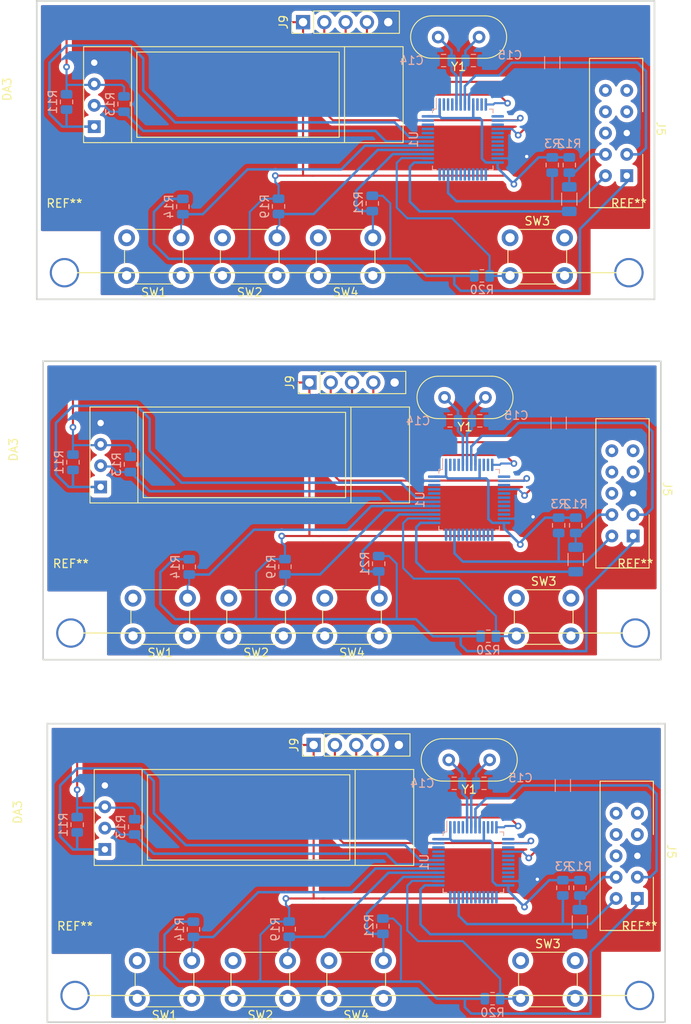
<source format=kicad_pcb>
(kicad_pcb (version 20211014) (generator pcbnew)
  (layers (0 "F.Cu" signal) (31 "B.Cu" signal) (34 "B.Paste" user) (35 "F.Paste" user) (36 "B.SilkS" user "B.Silkscreen") (37 "F.SilkS" user "F.Silkscreen") (38 "B.Mask" user) (39 "F.Mask" user) (44 "Edge.Cuts" user))
  (net 0 "")
  (net 1 "GND")
  (net 2 "+3.3V")
  (net 6 "Net-(C14-Pad2)")
  (net 7 "Net-(C15-Pad1)")
  (net 11 "CurrentSens")
  (net 21 "I2C_SDA")
  (net 22 "I2C_SCL")
  (net 28 "SWDIO")
  (net 33 "Res")
  (net 34 "SWCLK")
  (net 39 "Button+")
  (net 40 "Button-")
  (net 41 "ButtonEn")
  (net 42 "ButtonMode")
  (net 43 "Vin_div")
  (net 44 "Vdac_reg")
  (footprint "MyElemets:Display_SSD1306" (layer "F.Cu") (at 32.512 40.132 90)
    (fp_text reference "DA3")
    (fp_text value "SSD1306_display")
  )
  (footprint "Crystal:Crystal_HC49-4H_Vertical" (layer "F.Cu") (at 78.401 33.274 180)
    (fp_text reference "Y1")
    (fp_text value "Crystal" hide)
  )
  (footprint "Button_Switch_THT:SW_PUSH_6mm" (layer "F.Cu") (at 65.734 61.686 180)
    (fp_text reference "SW4")
    (fp_text value "SW_MEC_5E" hide)
  )
  (footprint "MyElemets:Отверстие_3mm" (layer "F.Cu") (at 30.226 147.447)
    (fp_text reference "REF**")
    (fp_text value "Отверстие_3mm")
  )
  (footprint "Button_Switch_THT:SW_PUSH_6mm" (layer "F.Cu") (at 43.636 104.612 180)
    (fp_text reference "SW1")
    (fp_text value "SW_MEC_5E" hide)
  )
  (footprint "MyElemets:Отверстие_3mm" (layer "F.Cu") (at 29.723 104.267)
    (fp_text reference "REF**")
    (fp_text value "Отверстие_3mm")
  )
  (footprint "Button_Switch_THT:SW_PUSH_6mm" (layer "F.Cu") (at 42.874 61.686 180)
    (fp_text reference "SW1")
    (fp_text value "SW_MEC_5E" hide)
  )
  (footprint "Button_Switch_THT:SW_PUSH_6mm" (layer "F.Cu") (at 83.359 143.292)
    (fp_text reference "SW3")
    (fp_text value "SW_MEC_5E")
  )
  (footprint "MyElemets:PWD_10pin_Conn" (layer "F.Cu") (at 96.007 130.81 -90)
    (fp_text reference "J5")
    (fp_text value "Conn_ARM_SWD_TagConnect_TC2030-NL" hide)
  )
  (footprint "MyElemets:Display_SSD1306" (layer "F.Cu") (at 33.777 126.238 90)
    (fp_text reference "DA3")
    (fp_text value "SSD1306_display")
  )
  (footprint "Connector_PinHeader_2.54mm:PinHeader_1x05_P2.54mm_Vertical" (layer "F.Cu") (at 57.409 31.496 90)
    (fp_text reference "J9")
    (fp_text value "Conn_01x05_Male" hide)
  )
  (footprint "Button_Switch_THT:SW_PUSH_6mm" (layer "F.Cu") (at 66.496 104.612 180)
    (fp_text reference "SW4")
    (fp_text value "SW_MEC_5E" hide)
  )
  (footprint "Crystal:Crystal_HC49-4H_Vertical" (layer "F.Cu") (at 79.163 76.2 180)
    (fp_text reference "Y1")
    (fp_text value "Crystal" hide)
  )
  (footprint "MyElemets:PWD_10pin_Conn" (layer "F.Cu") (at 95.504 87.63 -90)
    (fp_text reference "J5")
    (fp_text value "Conn_ARM_SWD_TagConnect_TC2030-NL" hide)
  )
  (footprint "Connector_PinHeader_2.54mm:PinHeader_1x05_P2.54mm_Vertical" (layer "F.Cu") (at 58.171 74.422 90)
    (fp_text reference "J9")
    (fp_text value "Conn_01x05_Male" hide)
  )
  (footprint "Button_Switch_THT:SW_PUSH_6mm" (layer "F.Cu") (at 82.094 57.186)
    (fp_text reference "SW3")
    (fp_text value "SW_MEC_5E")
  )
  (footprint "Connector_PinHeader_2.54mm:PinHeader_1x05_P2.54mm_Vertical" (layer "F.Cu") (at 58.674 117.602 90)
    (fp_text reference "J9")
    (fp_text value "Conn_01x05_Male" hide)
  )
  (footprint "MyElemets:Отверстие_3mm" (layer "F.Cu") (at 28.961 61.341)
    (fp_text reference "REF**")
    (fp_text value "Отверстие_3mm")
  )
  (footprint "Button_Switch_THT:SW_PUSH_6mm" (layer "F.Cu") (at 55.066 104.612 180)
    (fp_text reference "SW2")
    (fp_text value "SW_MEC_5E" hide)
  )
  (footprint "Button_Switch_THT:SW_PUSH_6mm" (layer "F.Cu") (at 44.139 147.792 180)
    (fp_text reference "SW1")
    (fp_text value "SW_MEC_5E" hide)
  )
  (footprint "MyElemets:Display_SSD1306" (layer "F.Cu") (at 33.274 83.058 90)
    (fp_text reference "DA3")
    (fp_text value "SSD1306_display")
  )
  (footprint "MyElemets:Отверстие_3mm" (layer "F.Cu") (at 97.536 147.447)
    (fp_text reference "REF**")
    (fp_text value "Отверстие_3mm")
  )
  (footprint "Button_Switch_THT:SW_PUSH_6mm" (layer "F.Cu") (at 55.569 147.792 180)
    (fp_text reference "SW2")
    (fp_text value "SW_MEC_5E" hide)
  )
  (footprint "MyElemets:PWD_10pin_Conn" (layer "F.Cu") (at 94.742 44.704 -90)
    (fp_text reference "J5")
    (fp_text value "Conn_ARM_SWD_TagConnect_TC2030-NL" hide)
  )
  (footprint "MyElemets:Отверстие_3mm" (layer "F.Cu") (at 97.033 104.267)
    (fp_text reference "REF**")
    (fp_text value "Отверстие_3mm")
  )
  (footprint "Button_Switch_THT:SW_PUSH_6mm" (layer "F.Cu") (at 54.304 61.686 180)
    (fp_text reference "SW2")
    (fp_text value "SW_MEC_5E" hide)
  )
  (footprint "Button_Switch_THT:SW_PUSH_6mm" (layer "F.Cu") (at 82.856 100.112)
    (fp_text reference "SW3")
    (fp_text value "SW_MEC_5E")
  )
  (footprint "Crystal:Crystal_HC49-4H_Vertical" (layer "F.Cu") (at 79.666 119.38 180)
    (fp_text reference "Y1")
    (fp_text value "Crystal" hide)
  )
  (footprint "MyElemets:Отверстие_3mm" (layer "F.Cu") (at 96.271 61.341)
    (fp_text reference "REF**")
    (fp_text value "Отверстие_3mm")
  )
  (footprint "Button_Switch_THT:SW_PUSH_6mm" (layer "F.Cu") (at 66.999 147.792 180)
    (fp_text reference "SW4")
    (fp_text value "SW_MEC_5E" hide)
  )
  (footprint "Resistor_SMD:R_0805_2012Metric" (layer "B.Cu") (at 54.489 53.441 -90)
    (fp_text reference "R19")
    (fp_text value "10k")
  )
  (footprint "Resistor_SMD:R_1206_3216Metric" (layer "B.Cu") (at 87.127 36.322 90)
    (fp_text reference "REF**" hide)
    (fp_text value "R_1206_3216Metric" hide)
  )
  (footprint "Resistor_SMD:R_1206_3216Metric" (layer "B.Cu") (at 88.392 122.428 90)
    (fp_text reference "REF**" hide)
    (fp_text value "R_1206_3216Metric" hide)
  )
  (footprint "Resistor_SMD:R_0805_2012Metric" (layer "B.Cu") (at 90.424 134.62 -90)
    (fp_text reference "R12")
    (fp_text value "10k")
  )
  (footprint "Capacitor_SMD:C_0805_2012Metric" (layer "B.Cu") (at 74.173 36.068)
    (fp_text reference "C14")
    (fp_text value "8p" hide)
  )
  (footprint "Resistor_SMD:R_1206_3216Metric" (layer "B.Cu") (at 90.424 138.684 90)
    (fp_text reference "REF**" hide)
    (fp_text value "R_1206_3216Metric" hide)
  )
  (footprint "Resistor_SMD:R_0805_2012Metric" (layer "B.Cu") (at 43.079 53.461 -90)
    (fp_text reference "R14")
    (fp_text value "10k")
  )
  (footprint "Resistor_SMD:R_0805_2012Metric" (layer "B.Cu") (at 29.21 40.9975 -90)
    (fp_text reference "R11")
    (fp_text value "10k")
  )
  (footprint "Package_QFP:LQFP-48_7x7mm_P0.5mm" (layer "B.Cu") (at 77.719 131.572 -90)
    (fp_text reference "U1")
    (fp_text value "STM32F051C6Tx")
  )
  (footprint "Resistor_SMD:R_1206_3216Metric" (layer "B.Cu") (at 89.159 52.578 90)
    (fp_text reference "REF**" hide)
    (fp_text value "R_1206_3216Metric" hide)
  )
  (footprint "Resistor_SMD:R_1206_3216Metric" (layer "B.Cu") (at 89.921 95.504 90)
    (fp_text reference "REF**" hide)
    (fp_text value "R_1206_3216Metric" hide)
  )
  (footprint "Resistor_SMD:R_0805_2012Metric" (layer "B.Cu") (at 43.841 96.387 -90)
    (fp_text reference "R14")
    (fp_text value "10k")
  )
  (footprint "Resistor_SMD:R_0805_2012Metric" (layer "B.Cu") (at 88.392 134.62 -90)
    (fp_text reference "R3")
    (fp_text value "10k")
  )
  (footprint "Resistor_SMD:R_0805_2012Metric" (layer "B.Cu") (at 78.74 61.722)
    (fp_text reference "R20")
    (fp_text value "10k")
  )
  (footprint "Resistor_SMD:R_1206_3216Metric" (layer "B.Cu") (at 87.889 79.248 90)
    (fp_text reference "REF**" hide)
    (fp_text value "R_1206_3216Metric" hide)
  )
  (footprint "Resistor_SMD:R_0805_2012Metric" (layer "B.Cu") (at 29.972 83.9235 -90)
    (fp_text reference "R11")
    (fp_text value "10k")
  )
  (footprint "Capacitor_SMD:C_0805_2012Metric" (layer "B.Cu") (at 75.438 122.174)
    (fp_text reference "C14")
    (fp_text value "8p" hide)
  )
  (footprint "Resistor_SMD:R_0805_2012Metric" (layer "B.Cu") (at 37.333 127.3575 -90)
    (fp_text reference "R13")
    (fp_text value "10k")
  )
  (footprint "Resistor_SMD:R_0805_2012Metric" (layer "B.Cu") (at 65.669 53.086 -90)
    (fp_text reference "R21")
    (fp_text value "10k")
  )
  (footprint "Package_QFP:LQFP-48_7x7mm_P0.5mm" (layer "B.Cu") (at 77.216 88.392 -90)
    (fp_text reference "U1")
    (fp_text value "STM32F051C6Tx")
  )
  (footprint "Resistor_SMD:R_0805_2012Metric" (layer "B.Cu") (at 87.127 48.514 -90)
    (fp_text reference "R3")
    (fp_text value "10k")
  )
  (footprint "Resistor_SMD:R_0805_2012Metric" (layer "B.Cu") (at 87.889 91.44 -90)
    (fp_text reference "R3")
    (fp_text value "10k")
  )
  (footprint "Resistor_SMD:R_0805_2012Metric" (layer "B.Cu") (at 55.754 139.547 -90)
    (fp_text reference "R19")
    (fp_text value "10k")
  )
  (footprint "Resistor_SMD:R_0805_2012Metric" (layer "B.Cu") (at 89.921 91.44 -90)
    (fp_text reference "R12")
    (fp_text value "10k")
  )
  (footprint "Capacitor_SMD:C_0805_2012Metric" (layer "B.Cu") (at 77.724 36.068)
    (fp_text reference "C15")
    (fp_text value "8p" hide)
  )
  (footprint "Resistor_SMD:R_0805_2012Metric" (layer "B.Cu") (at 36.068 41.2515 -90)
    (fp_text reference "R13")
    (fp_text value "10k")
  )
  (footprint "Resistor_SMD:R_0805_2012Metric" (layer "B.Cu") (at 30.475 127.1035 -90)
    (fp_text reference "R11")
    (fp_text value "10k")
  )
  (footprint "Package_QFP:LQFP-48_7x7mm_P0.5mm" (layer "B.Cu") (at 76.454 45.466 -90)
    (fp_text reference "U1")
    (fp_text value "STM32F051C6Tx")
  )
  (footprint "Resistor_SMD:R_0805_2012Metric" (layer "B.Cu") (at 36.83 84.1775 -90)
    (fp_text reference "R13")
    (fp_text value "10k")
  )
  (footprint "Resistor_SMD:R_0805_2012Metric" (layer "B.Cu") (at 55.251 96.367 -90)
    (fp_text reference "R19")
    (fp_text value "10k")
  )
  (footprint "Capacitor_SMD:C_0805_2012Metric" (layer "B.Cu") (at 74.935 78.994)
    (fp_text reference "C14")
    (fp_text value "8p" hide)
  )
  (footprint "Capacitor_SMD:C_0805_2012Metric" (layer "B.Cu") (at 78.989 122.174)
    (fp_text reference "C15")
    (fp_text value "8p" hide)
  )
  (footprint "Resistor_SMD:R_0805_2012Metric" (layer "B.Cu") (at 66.431 96.012 -90)
    (fp_text reference "R21")
    (fp_text value "10k")
  )
  (footprint "Resistor_SMD:R_0805_2012Metric" (layer "B.Cu") (at 44.344 139.567 -90)
    (fp_text reference "R14")
    (fp_text value "10k")
  )
  (footprint "Resistor_SMD:R_0805_2012Metric" (layer "B.Cu") (at 79.502 104.648)
    (fp_text reference "R20")
    (fp_text value "10k")
  )
  (footprint "Resistor_SMD:R_0805_2012Metric" (layer "B.Cu") (at 66.934 139.192 -90)
    (fp_text reference "R21")
    (fp_text value "10k")
  )
  (footprint "Capacitor_SMD:C_0805_2012Metric" (layer "B.Cu") (at 78.486 78.994)
    (fp_text reference "C15")
    (fp_text value "8p" hide)
  )
  (footprint "Resistor_SMD:R_0805_2012Metric" (layer "B.Cu") (at 89.159 48.514 -90)
    (fp_text reference "R12")
    (fp_text value "10k")
  )
  (footprint "Resistor_SMD:R_0805_2012Metric" (layer "B.Cu") (at 80.005 147.828)
    (fp_text reference "R20")
    (fp_text value "10k")
  )
  (gr_line (start 30.226 147.447) (end 97.536 147.447) (layer "F.SilkS") (width 0.15))
  (gr_line (start 29.723 104.267) (end 97.033 104.267) (layer "F.SilkS") (width 0.15))
  (gr_line (start 28.961 61.341) (end 96.271 61.341) (layer "F.SilkS") (width 0.15))
  (gr_rect (start 100.579 115.062) (end 26.919 150.622) (layer "Edge.Cuts") (width 0.2) (fill none))
  (gr_rect (start 99.314 28.956) (end 25.654 64.516) (layer "Edge.Cuts") (width 0.2) (fill none))
  (gr_rect (start 100.076 71.882) (end 26.416 107.442) (layer "Edge.Cuts") (width 0.2) (fill none))
  (via (at 84.841 90.424) (size 0.8) (drill 0.4) (layers "F.Cu" "B.Cu") (net 1))
  (via (at 85.344 133.604) (size 0.8) (drill 0.4) (layers "F.Cu" "B.Cu") (net 1))
  (via (at 84.079 47.498) (size 0.8) (drill 0.4) (layers "F.Cu" "B.Cu") (net 1))
  (segment (start 85.126 133.822) (end 81.8815 133.822) (width 0.25) (layer "B.Cu") (net 1))
  (segment (start 71.369 129.286) (end 71.405 129.322) (width 0.25) (layer "B.Cu") (net 1))
  (segment (start 81.795153 125.468847) (end 82.034847 125.468847) (width 0.3) (layer "B.Cu") (net 1))
  (segment (start 84.074 123.952) (end 84.328 123.698) (width 0.3) (layer "B.Cu") (net 1))
  (segment (start 84.582 123.444) (end 97.028 123.444) (width 0.3) (layer "B.Cu") (net 1))
  (segment (start 77.204 41.3035) (end 77.204 40.149) (width 0.3) (layer "B.Cu") (net 1))
  (segment (start 83.317 37.338) (end 95.763 37.338) (width 0.3) (layer "B.Cu") (net 1))
  (segment (start 97.033 44.704) (end 97.541 44.196) (width 0.3) (layer "B.Cu") (net 1))
  (segment (start 78.469 127.4095) (end 78.469 126.255) (width 0.3) (layer "B.Cu") (net 1))
  (segment (start 81.795153 125.468847) (end 82.557153 125.468847) (width 0.3) (layer "B.Cu") (net 1))
  (segment (start 97.028 123.444) (end 98.806 125.222) (width 0.3) (layer "B.Cu") (net 1))
  (segment (start 78.469 126.255) (end 79.255153 125.468847) (width 0.3) (layer "B.Cu") (net 1))
  (segment (start 82.557153 125.468847) (end 84.074 123.952) (width 0.3) (layer "B.Cu") (net 1))
  (segment (start 83.571 80.772) (end 83.825 80.518) (width 0.3) (layer "B.Cu") (net 1))
  (segment (start 83.861 47.716) (end 80.6165 47.716) (width 0.25) (layer "B.Cu") (net 1))
  (segment (start 95.763 37.338) (end 97.541 39.116) (width 0.3) (layer "B.Cu") (net 1))
  (segment (start 82.809 37.846) (end 83.317 37.338) (width 0.3) (layer "B.Cu") (net 1))
  (segment (start 81.292153 39.362847) (end 82.809 37.846) (width 0.3) (layer "B.Cu") (net 1))
  (segment (start 97.541 39.116) (end 97.541 44.196) (width 0.3) (layer "B.Cu") (net 1))
  (segment (start 97.277 130.81) (end 98.298 130.81) (width 0.3) (layer "B.Cu") (net 1))
  (segment (start 72.2915 43.216) (end 70.14 43.216) (width 0.25) (layer "B.Cu") (net 1))
  (segment (start 84.623 90.642) (end 81.3785 90.642) (width 0.25) (layer "B.Cu") (net 1))
  (segment (start 73.5565 129.322) (end 71.405 129.322) (width 0.25) (layer "B.Cu") (net 1))
  (segment (start 96.774 87.63) (end 97.795 87.63) (width 0.3) (layer "B.Cu") (net 1))
  (segment (start 70.104 43.18) (end 70.14 43.216) (width 0.25) (layer "B.Cu") (net 1))
  (segment (start 77.966 84.2295) (end 77.966 83.075) (width 0.3) (layer "B.Cu") (net 1))
  (segment (start 97.795 87.63) (end 98.303 87.122) (width 0.3) (layer "B.Cu") (net 1))
  (segment (start 77.990153 39.362847) (end 80.530153 39.362847) (width 0.3) (layer "B.Cu") (net 1))
  (segment (start 98.298 130.81) (end 98.806 130.302) (width 0.3) (layer "B.Cu") (net 1))
  (segment (start 77.966 83.075) (end 78.752153 82.288847) (width 0.3) (layer "B.Cu") (net 1))
  (segment (start 80.530153 39.362847) (end 81.292153 39.362847) (width 0.3) (layer "B.Cu") (net 1))
  (segment (start 77.204 40.149) (end 77.990153 39.362847) (width 0.3) (layer "B.Cu") (net 1))
  (segment (start 85.344 133.604) (end 85.126 133.822) (width 0.25) (layer "B.Cu") (net 1))
  (segment (start 96.525 80.264) (end 98.303 82.042) (width 0.3) (layer "B.Cu") (net 1))
  (segment (start 70.866 86.106) (end 70.902 86.142) (width 0.25) (layer "B.Cu") (net 1))
  (segment (start 81.292153 82.288847) (end 81.531847 82.288847) (width 0.3) (layer "B.Cu") (net 1))
  (segment (start 84.079 80.264) (end 96.525 80.264) (width 0.3) (layer "B.Cu") (net 1))
  (segment (start 82.809 37.846) (end 83.063 37.592) (width 0.3) (layer "B.Cu") (net 1))
  (segment (start 83.571 80.772) (end 84.079 80.264) (width 0.3) (layer "B.Cu") (net 1))
  (segment (start 84.074 123.952) (end 84.582 123.444) (width 0.3) (layer "B.Cu") (net 1))
  (segment (start 98.806 125.222) (end 98.806 130.302) (width 0.3) (layer "B.Cu") (net 1))
  (segment (start 78.752153 82.288847) (end 81.292153 82.288847) (width 0.3) (layer "B.Cu") (net 1))
  (segment (start 73.0535 86.142) (end 70.902 86.142) (width 0.25) (layer "B.Cu") (net 1))
  (segment (start 80.530153 39.362847) (end 80.769847 39.362847) (width 0.3) (layer "B.Cu") (net 1))
  (segment (start 79.255153 125.468847) (end 81.795153 125.468847) (width 0.3) (layer "B.Cu") (net 1))
  (segment (start 82.054153 82.288847) (end 83.571 80.772) (width 0.3) (layer "B.Cu") (net 1))
  (segment (start 81.292153 82.288847) (end 82.054153 82.288847) (width 0.3) (layer "B.Cu") (net 1))
  (segment (start 84.841 90.424) (end 84.623 90.642) (width 0.25) (layer "B.Cu") (net 1))
  (segment (start 84.079 47.498) (end 83.861 47.716) (width 0.25) (layer "B.Cu") (net 1))
  (segment (start 96.012 44.704) (end 97.033 44.704) (width 0.3) (layer "B.Cu") (net 1))
  (segment (start 98.303 82.042) (end 98.303 87.122) (width 0.3) (layer "B.Cu") (net 1))
  (segment (start 57.409 49.779) (end 57.404 49.784) (width 0.25) (layer "F.Cu") (net 2))
  (segment (start 31.496 74.422) (end 58.171 74.422) (width 0.25) (layer "F.Cu") (net 2))
  (segment (start 30.734 31.496) (end 57.409 31.496) (width 0.25) (layer "F.Cu") (net 2))
  (segment (start 58.166 92.71) (end 59.436 92.71) (width 0.25) (layer "F.Cu") (net 2))
  (segment (start 58.171 92.705) (end 58.166 92.71) (width 0.25) (layer "F.Cu") (net 2))
  (segment (start 31.999 117.602) (end 58.674 117.602) (width 0.25) (layer "F.Cu") (net 2))
  (segment (start 54.102 49.784) (end 57.404 49.784) (width 0.25) (layer "F.Cu") (net 2))
  (segment (start 30.475 119.126) (end 31.999 117.602) (width 0.25) (layer "F.Cu") (net 2))
  (segment (start 59.939 135.89) (end 82.804 135.89) (width 0.25) (layer "F.Cu") (net 2))
  (segment (start 57.409 31.496) (end 57.409 37.079) (width 0.25) (layer "F.Cu") (net 2))
  (segment (start 58.674 123.185) (end 58.674 134.625) (width 0.25) (layer "F.Cu") (net 2))
  (segment (start 58.171 80.005) (end 58.171 91.445) (width 0.25) (layer "F.Cu") (net 2))
  (segment (start 59.685 135.89) (end 59.939 135.89) (width 0.25) (layer "F.Cu") (net 2))
  (segment (start 58.674 117.602) (end 58.674 123.185) (width 0.25) (layer "F.Cu") (net 2))
  (segment (start 58.171 74.422) (end 58.171 80.005) (width 0.25) (layer "F.Cu") (net 2))
  (segment (start 58.674 134.625) (end 58.674 135.885) (width 0.25) (layer "F.Cu") (net 2))
  (segment (start 59.436 92.71) (end 82.301 92.71) (width 0.25) (layer "F.Cu") (net 2))
  (segment (start 57.404 49.784) (end 58.674 49.784) (width 0.25) (layer "F.Cu") (net 2))
  (segment (start 82.301 92.71) (end 83.317 93.726) (width 0.25) (layer "F.Cu") (net 2))
  (segment (start 58.669 135.89) (end 59.939 135.89) (width 0.25) (layer "F.Cu") (net 2))
  (segment (start 55.367 135.89) (end 58.669 135.89) (width 0.25) (layer "F.Cu") (net 2))
  (segment (start 57.409 48.519) (end 57.409 48.773) (width 0.25) (layer "F.Cu") (net 2))
  (segment (start 58.171 91.445) (end 58.171 91.699) (width 0.25) (layer "F.Cu") (net 2))
  (segment (start 30.475 122.936) (end 30.475 119.126) (width 0.25) (layer "F.Cu") (net 2))
  (segment (start 57.409 37.079) (end 57.409 48.519) (width 0.25) (layer "F.Cu") (net 2))
  (segment (start 81.539 49.784) (end 82.555 50.8) (width 0.25) (layer "F.Cu") (net 2))
  (segment (start 29.972 79.756) (end 29.972 75.946) (width 0.25) (layer "F.Cu") (net 2))
  (segment (start 29.972 75.946) (end 31.496 74.422) (width 0.25) (layer "F.Cu") (net 2))
  (segment (start 58.42 49.784) (end 58.674 49.784) (width 0.25) (layer "F.Cu") (net 2))
  (segment (start 82.804 135.89) (end 83.82 136.906) (width 0.25) (layer "F.Cu") (net 2))
  (segment (start 58.674 134.625) (end 58.674 134.879) (width 0.25) (layer "F.Cu") (net 2))
  (segment (start 29.21 33.02) (end 30.734 31.496) (width 0.25) (layer "F.Cu") (net 2))
  (segment (start 54.864 92.71) (end 58.166 92.71) (width 0.25) (layer "F.Cu") (net 2))
  (segment (start 58.674 49.784) (end 81.539 49.784) (width 0.25) (layer "F.Cu") (net 2))
  (segment (start 58.674 135.885) (end 58.669 135.89) (width 0.25) (layer "F.Cu") (net 2))
  (segment (start 29.21 36.83) (end 29.21 33.02) (width 0.25) (layer "F.Cu") (net 2))
  (segment (start 58.171 91.445) (end 58.171 92.705) (width 0.25) (layer "F.Cu") (net 2))
  (segment (start 57.409 48.519) (end 57.409 49.779) (width 0.25) (layer "F.Cu") (net 2))
  (segment (start 59.182 92.71) (end 59.436 92.71) (width 0.25) (layer "F.Cu") (net 2))
  (via (at 55.367 135.89) (size 0.8) (drill 0.4) (layers "F.Cu" "B.Cu") (net 2))
  (via (at 54.102 49.784) (size 0.8) (drill 0.4) (layers "F.Cu" "B.Cu") (net 2))
  (via (at 83.82 136.906) (size 0.8) (drill 0.4) (layers "F.Cu" "B.Cu") (net 2))
  (via (at 82.555 50.8) (size 0.8) (drill 0.4) (layers "F.Cu" "B.Cu") (net 2))
  (via (at 30.475 122.936) (size 0.8) (drill 0.4) (layers "F.Cu" "B.Cu") (net 2))
  (via (at 29.21 36.83) (size 0.8) (drill 0.4) (layers "F.Cu" "B.Cu") (net 2))
  (via (at 29.972 79.756) (size 0.8) (drill 0.4) (layers "F.Cu" "B.Cu") (net 2))
  (via (at 83.317 93.726) (size 0.8) (drill 0.4) (layers "F.Cu" "B.Cu") (net 2))
  (via (at 54.864 92.71) (size 0.8) (drill 0.4) (layers "F.Cu" "B.Cu") (net 2))
  (segment (start 54.489 52.5285) (end 54.489 50.933) (width 0.25) (layer "B.Cu") (net 2))
  (segment (start 36.068 39.2195) (end 36.068 40.339) (width 0.25) (layer "B.Cu") (net 2))
  (segment (start 77.8275 61.722) (end 72.136 61.722) (width 0.3) (layer "B.Cu") (net 2))
  (segment (start 39.624 54.107) (end 41.1825 52.5485) (width 0.3) (layer "B.Cu") (net 2))
  (segment (start 79.971 91.142) (end 79.507 90.678) (width 0.3) (layer "B.Cu") (net 2))
  (segment (start 71.369 145.796) (end 42.667 145.796) (width 0.3) (layer "B.Cu") (net 2))
  (segment (start 51.562 102.616) (end 51.816 102.362) (width 0.25) (layer "B.Cu") (net 2))
  (segment (start 53.3895 95.4545) (end 55.251 95.4545) (width 0.25) (layer "B.Cu") (net 2))
  (segment (start 91.191 106.426) (end 76.967 106.426) (width 0.3) (layer "B.Cu") (net 2))
  (segment (start 90.429 63.5) (end 76.205 63.5) (width 0.3) (layer "B.Cu") (net 2))
  (segment (start 89.921 90.5275) (end 87.889 90.5275) (width 0.3) (layer "B.Cu") (net 2))
  (segment (start 35.814 38.9655) (end 36.068 39.2195) (width 0.25) (layer "B.Cu") (net 2))
  (segment (start 70.866 102.616) (end 42.164 102.616) (width 0.3) (layer "B.Cu") (net 2))
  (segment (start 83.317 93.472) (end 83.317 93.726) (width 0.3) (layer "B.Cu") (net 2))
  (segment (start 76.205 63.5) (end 75.443 62.738) (width 0.3) (layer "B.Cu") (net 2))
  (segment (start 52.319 140.208) (end 53.8925 138.6345) (width 0.25) (layer "B.Cu") (net 2))
  (segment (start 79.253 85.852) (end 78.491 85.852) (width 0.3) (layer "B.Cu") (net 2))
  (segment (start 79.507 90.678) (end 79.507 86.106) (width 0.3) (layer "B.Cu") (net 2))
  (segment (start 68.58 96.012) (end 68.58 102.616) (width 0.25) (layer "B.Cu") (net 2))
  (segment (start 53.8925 138.6345) (end 55.754 138.6345) (width 0.25) (layer "B.Cu") (net 2))
  (segment (start 81.3785 91.142) (end 81.3785 91.7875) (width 0.3) (layer "B.Cu") (net 2))
  (segment (start 91.191 99.06) (end 91.191 106.426) (width 0.3) (layer "B.Cu") (net 2))
  (segment (start 78.745 47.752) (end 78.745 43.18) (width 0.3) (layer "B.Cu") (net 2))
  (segment (start 51.054 59.436) (end 51.054 54.102) (width 0.25) (layer "B.Cu") (net 2))
  (segment (start 76.205 104.648) (end 72.898 104.648) (width 0.25) (layer "B.Cu") (net 2))
  (segment (start 81.3785 91.142) (end 79.971 91.142) (width 0.3) (layer "B.Cu") (net 2))
  (segment (start 66.431 95.0995) (end 67.6675 95.0995) (width 0.25) (layer "B.Cu") (net 2))
  (segment (start 40.889 144.018) (end 40.889 140.213) (width 0.3) (layer "B.Cu") (net 2))
  (segment (start 76.967 106.426) (end 76.205 105.664) (width 0.3) (layer "B.Cu") (net 2))
  (segment (start 82.555 50.546) (end 82.555 50.8) (width 0.3) (layer "B.Cu") (net 2))
  (segment (start 40.386 97.033) (end 41.9445 95.4745) (width 0.3) (layer "B.Cu") (net 2))
  (segment (start 41.9445 95.4745) (end 43.841 95.4745) (width 0.3) (layer "B.Cu") (net 2))
  (segment (start 71.369 145.796) (end 69.083 145.796) (width 0.25) (layer "B.Cu") (net 2))
  (segment (start 74.969 128.817) (end 74.969 127.4095) (width 0.3) (layer "B.Cu") (net 2))
  (segment (start 96.012 49.784) (end 96.012 50.551) (width 0.3) (layer "B.Cu") (net 2))
  (segment (start 55.251 95.4545) (end 55.251 93.859) (width 0.25) (layer "B.Cu") (net 2))
  (segment (start 80.01 129.286) (end 79.756 129.032) (width 0.3) (layer "B.Cu") (net 2))
  (segment (start 42.4475 138.6545) (end 44.344 138.6545) (width 0.3) (layer "B.Cu") (net 2))
  (segment (start 67.6675 95.0995) (end 68.58 96.012) (width 0.25) (layer "B.Cu") (net 2))
  (segment (start 75.184 129.032) (end 74.969 128.817) (width 0.3) (layer "B.Cu") (net 2))
  (segment (start 29.21 39.116) (end 29.3605 38.9655) (width 0.25) (layer "B.Cu") (net 2))
  (segment (start 75.443 62.738) (end 75.443 61.722) (width 0.3) (layer "B.Cu") (net 2))
  (segment (start 73.704 42.711) (end 73.704 41.3035) (width 0.3) (layer "B.Cu") (net 2))
  (segment (start 97.277 136.657) (end 91.694 142.24) (width 0.3) (layer "B.Cu") (net 2))
  (segment (start 29.21 40.085) (end 29.21 39.116) (width 0.25) (layer "B.Cu") (net 2))
  (segment (start 79.0925 147.828) (end 73.401 147.828) (width 0.3) (layer "B.Cu") (net 2))
  (segment (start 73.0535 85.642) (end 74.461 85.642) (width 0.3) (layer "B.Cu") (net 2))
  (segment (start 40.889 140.213) (end 42.4475 138.6545) (width 0.3) (layer "B.Cu") (net 2))
  (segment (start 74.964 128.822) (end 74.969 128.817) (width 0.3) (layer "B.Cu") (net 2))
  (segment (start 77.704 42.901) (end 77.729 42.926) (width 0.3) (layer "B.Cu") (net 2))
  (segment (start 66.934 138.2795) (end 68.1705 138.2795) (width 0.25) (layer "B.Cu") (net 2))
  (segment (start 80.6165 48.8615) (end 82.555 50.8) (width 0.3) (layer "B.Cu") (net 2))
  (segment (start 54.489 50.933) (end 54.102 50.546) (width 0.25) (layer "B.Cu") (net 2))
  (segment (start 79.507 86.106) (end 79.253 85.852) (width 0.3) (layer "B.Cu") (net 2))
  (segment (start 90.424 133.7075) (end 88.392 133.7075) (width 0.3) (layer "B.Cu") (net 2))
  (segment (start 29.972 83.011) (end 29.972 82.042) (width 0.25) (layer "B.Cu") (net 2))
  (segment (start 80.01 133.858) (end 80.01 129.286) (width 0.3) (layer "B.Cu") (net 2))
  (segment (start 50.8 59.69) (end 51.054 59.436) (width 0.25) (layer "B.Cu") (net 2))
  (segment (start 37.079 125.0715) (end 37.333 125.3255) (width 0.25) (layer "B.Cu") (net 2))
  (segment (start 91.694 149.606) (end 77.47 149.606) (width 0.3) (layer "B.Cu") (net 2))
  (segment (start 30.475 125.222) (end 30.475 122.936) (width 0.25) (layer "B.Cu") (net 2))
  (segment (start 88.392 133.7075) (end 86.7645 133.7075) (width 0.3) (layer "B.Cu") (net 2))
  (segment (start 70.104 59.69) (end 41.402 59.69) (width 0.3) (layer "B.Cu") (net 2))
  (segment (start 80.6165 48.216) (end 79.209 48.216) (width 0.3) (layer "B.Cu") (net 2))
  (segment (start 30.475 126.191) (end 30.475 125.222) (width 0.25) (layer "B.Cu") (net 2))
  (segment (start 29.21 39.116) (end 29.21 36.83) (width 0.25) (layer "B.Cu") (net 2))
  (segment (start 78.969 129.007) (end 78.994 129.032) (width 0.3) (layer "B.Cu") (net 2))
  (segment (start 79.756 129.032) (end 78.994 129.032) (width 0.3) (layer "B.Cu") (net 2))
  (segment (start 36.576 81.8915) (end 36.83 82.1455) (width 0.25) (layer "B.Cu") (net 2))
  (segment (start 74.466 85.637) (end 74.466 84.2295) (width 0.3) (layer "B.Cu") (net 2))
  (segment (start 75.443 61.722) (end 72.136 61.722) (width 0.25) (layer "B.Cu") (net 2))
  (segment (start 55.367 136.652) (end 55.367 135.89) (width 0.25) (layer "B.Cu") (net 2))
  (segment (start 42.164 102.616) (end 40.386 100.838) (width 0.3) (layer "B.Cu") (net 2))
  (segment (start 70.104 59.69) (end 67.818 59.69) (width 0.25) (layer "B.Cu") (net 2))
  (segment (start 68.1705 138.2795) (end 69.083 139.192) (width 0.25) (layer "B.Cu") (net 2))
  (segment (start 51.054 54.102) (end 52.6275 52.5285) (width 0.25) (layer "B.Cu") (net 2))
  (segment (start 54.102 50.546) (end 54.102 49.784) (width 0.25) (layer "B.Cu") (net 2))
  (segment (start 77.729 42.926) (end 73.919 42.926) (width 0.3) (layer "B.Cu") (net 2))
  (segment (start 42.667 145.796) (end 40.889 144.018) (width 0.3) (layer "B.Cu") (net 2))
  (segment (start 69.083 145.796) (end 52.065 145.796) (width 0.25) (layer "B.Cu") (net 2))
  (segment (start 68.58 102.616) (end 51.562 102.616) (width 0.25) (layer "B.Cu") (net 2))
  (segment (start 76.708 148.844) (end 76.708 147.828) (width 0.3) (layer "B.Cu") (net 2))
  (segment (start 77.47 149.606) (end 76.708 148.844) (width 0.3) (layer "B.Cu") (net 2))
  (segment (start 72.2915 42.716) (end 73.699 42.716) (width 0.3) (layer "B.Cu") (net 2))
  (segment (start 52.065 145.796) (end 52.319 145.542) (width 0.25) (layer "B.Cu") (net 2))
  (segment (start 36.83 82.1455) (end 36.83 83.265) (width 0.25) (layer "B.Cu") (net 2))
  (segment (start 87.127 47.6015) (end 85.4995 47.6015) (width 0.3) (layer "B.Cu") (net 2))
  (segment (start 83.82 136.652) (end 83.82 136.906) (width 0.3) (layer "B.Cu") (net 2))
  (segment (start 67.818 59.69) (end 50.8 59.69) (width 0.25) (layer "B.Cu") (net 2))
  (segment (start 50.8 59.69) (end 41.402 59.69) (width 0.25) (layer "B.Cu") (net 2))
  (segment (start 55.251 93.859) (end 54.864 93.472) (width 0.25) (layer "B.Cu") (net 2))
  (segment (start 76.708 147.828) (end 73.401 147.828) (width 0.25) (layer "B.Cu") (net 2))
  (segment (start 51.816 102.362) (end 51.816 97.028) (width 0.25) (layer "B.Cu") (net 2))
  (segment (start 80.474 134.322) (end 80.01 133.858) (width 0.3) (layer "B.Cu") (net 2))
  (segment (start 81.8815 134.322) (end 80.474 134.322) (width 0.3) (layer "B.Cu") (net 2))
  (segment (start 29.3605 38.9655) (end 35.814 38.9655) (width 0.25) (layer "B.Cu") (net 2))
  (segment (start 77.704 41.3035) (end 77.704 42.901) (width 0.3) (layer "B.Cu") (net 2))
  (segment (start 37.333 125.3255) (end 37.333 126.445) (width 0.25) (layer "B.Cu") (net 2))
  (segment (start 51.562 102.616) (end 42.164 102.616) (width 0.25) (layer "B.Cu") (net 2))
  (segment (start 65.669 52.1735) (end 66.9055 52.1735) (width 0.25) (layer "B.Cu") (net 2))
  (segment (start 78.466 84.2295) (end 78.466 85.827) (width 0.3) (layer "B.Cu") (net 2))
  (segment (start 70.866 102.616) (end 68.58 102.616) (width 0.25) (layer "B.Cu") (net 2))
  (segment (start 97.277 135.89) (end 97.277 136.657) (width 0.3) (layer "B.Cu") (net 2))
  (segment (start 81.8815 134.9675) (end 83.82 136.906) (width 0.3) (layer "B.Cu") (net 2))
  (segment (start 96.774 92.71) (end 96.774 93.477) (width 0.3) (layer "B.Cu") (net 2))
  (segment (start 96.774 93.477) (end 91.191 99.06) (width 0.3) (layer "B.Cu") (net 2))
  (segment (start 86.2615 90.5275) (end 83.317 93.472) (width 0.3) (layer "B.Cu") (net 2))
  (segment (start 89.159 47.6015) (end 87.127 47.6015) (width 0.3) (layer "B.Cu") (net 2))
  (segment (start 30.1225 81.8915) (end 36.576 81.8915) (width 0.25) (layer "B.Cu") (net 2))
  (segment (start 55.754 138.6345) (end 55.754 137.039) (width 0.25) (layer "B.Cu") (net 2))
  (segment (start 54.864 93.472) (end 54.864 92.71) (width 0.25) (layer "B.Cu") (net 2))
  (segment (start 40.386 100.838) (end 40.386 97.033) (width 0.3) (layer "B.Cu") (net 2))
  (segment (start 67.818 53.086) (end 67.818 59.69) (width 0.25) (layer "B.Cu") (net 2))
  (segment (start 77.8275 61.722) (end 75.443 61.722) (width 0.25) (layer "B.Cu") (net 2))
  (segment (start 41.1825 52.5485) (end 43.079 52.5485) (width 0.3) (layer "B.Cu") (net 2))
  (segment (start 66.9055 52.1735) (end 67.818 53.086) (width 0.25) (layer "B.Cu") (net 2))
  (segment (start 29.972 82.042) (end 29.972 79.756) (width 0.25) (layer "B.Cu") (net 2))
  (segment (start 29.972 82.042) (end 30.1225 81.8915) (width 0.25) (layer "B.Cu") (net 2))
  (segment (start 86.7645 133.7075) (end 83.82 136.652) (width 0.3) (layer "B.Cu") (net 2))
  (segment (start 90.429 56.134) (end 90.429 63.5) (width 0.3) (layer "B.Cu") (net 2))
  (segment (start 78.491 42.926) (end 77.729 42.926) (width 0.3) (layer "B.Cu") (net 2))
  (segment (start 78.466 85.827) (end 78.491 85.852) (width 0.3) (layer "B.Cu") (net 2))
  (segment (start 73.699 42.716) (end 73.704 42.711) (width 0.3) (layer "B.Cu") (net 2))
  (segment (start 78.491 85.852) (end 74.681 85.852) (width 0.3) (layer "B.Cu") (net 2))
  (segment (start 41.402 59.69) (end 39.624 57.912) (width 0.3) (layer "B.Cu") (net 2))
  (segment (start 78.745 43.18) (end 78.491 42.926) (width 0.3) (layer "B.Cu") (net 2))
  (segment (start 79.0925 147.828) (end 76.708 147.828) (width 0.25) (layer "B.Cu") (net 2))
  (segment (start 52.065 145.796) (end 42.667 145.796) (width 0.25) (layer "B.Cu") (net 2))
  (segment (start 81.3785 91.7875) (end 83.317 93.726) (width 0.3) (layer "B.Cu") (net 2))
  (segment (start 72.136 61.722) (end 70.104 59.69) (width 0.3) (layer "B.Cu") (net 2))
  (segment (start 78.5895 104.648) (end 76.205 104.648) (width 0.25) (layer "B.Cu") (net 2))
  (segment (start 73.5565 128.822) (end 74.964 128.822) (width 0.3) (layer "B.Cu") (net 2))
  (segment (start 80.6165 48.216) (end 80.6165 48.8615) (width 0.3) (layer "B.Cu") (net 2))
  (segment (start 78.969 127.4095) (end 78.969 129.007) (width 0.3) (layer "B.Cu") (net 2))
  (segment (start 73.401 147.828) (end 71.369 145.796) (width 0.3) (layer "B.Cu") (net 2))
  (segment (start 78.994 129.032) (end 75.184 129.032) (width 0.3) (layer "B.Cu") (net 2))
  (segment (start 52.6275 52.5285) (end 54.489 52.5285) (width 0.25) (layer "B.Cu") (net 2))
  (segment (start 81.8815 134.322) (end 81.8815 134.9675) (width 0.3) (layer "B.Cu") (net 2))
  (segment (start 91.694 142.24) (end 91.694 149.606) (width 0.3) (layer "B.Cu") (net 2))
  (segment (start 76.205 105.664) (end 76.205 104.648) (width 0.3) (layer "B.Cu") (net 2))
  (segment (start 55.754 137.039) (end 55.367 136.652) (width 0.25) (layer "B.Cu") (net 2))
  (segment (start 73.919 42.926) (end 73.704 42.711) (width 0.3) (layer "B.Cu") (net 2))
  (segment (start 74.681 85.852) (end 74.466 85.637) (width 0.3) (layer "B.Cu") (net 2))
  (segment (start 69.083 139.192) (end 69.083 145.796) (width 0.25) (layer "B.Cu") (net 2))
  (segment (start 39.624 57.912) (end 39.624 54.107) (width 0.3) (layer "B.Cu") (net 2))
  (segment (start 78.5895 104.648) (end 72.898 104.648) (width 0.3) (layer "B.Cu") (net 2))
  (segment (start 72.898 104.648) (end 70.866 102.616) (width 0.3) (layer "B.Cu") (net 2))
  (segment (start 51.816 97.028) (end 53.3895 95.4545) (width 0.25) (layer "B.Cu") (net 2))
  (segment (start 85.4995 47.6015) (end 82.555 50.546) (width 0.3) (layer "B.Cu") (net 2))
  (segment (start 30.475 125.222) (end 30.6255 125.0715) (width 0.25) (layer "B.Cu") (net 2))
  (segment (start 96.012 50.551) (end 90.429 56.134) (width 0.3) (layer "B.Cu") (net 2))
  (segment (start 74.461 85.642) (end 74.466 85.637) (width 0.3) (layer "B.Cu") (net 2))
  (segment (start 52.319 145.542) (end 52.319 140.208) (width 0.25) (layer "B.Cu") (net 2))
  (segment (start 30.6255 125.0715) (end 37.079 125.0715) (width 0.25) (layer "B.Cu") (net 2))
  (segment (start 79.209 48.216) (end 78.745 47.752) (width 0.3) (layer "B.Cu") (net 2))
  (segment (start 87.889 90.5275) (end 86.2615 90.5275) (width 0.3) (layer "B.Cu") (net 2))
  (segment (start 76.466 84.2295) (end 76.466 80.779) (width 0.3) (layer "B.Cu") (net 6))
  (segment (start 75.885 77.802) (end 74.283 76.2) (width 0.3) (layer "B.Cu") (net 6))
  (segment (start 75.123 37.272) (end 75.123 34.876) (width 0.3) (layer "B.Cu") (net 6))
  (segment (start 76.969 123.959) (end 76.388 123.378) (width 0.3) (layer "B.Cu") (net 6))
  (segment (start 75.704 41.3035) (end 75.704 37.853) (width 0.3) (layer "B.Cu") (net 6))
  (segment (start 76.388 120.982) (end 74.786 119.38) (width 0.3) (layer "B.Cu") (net 6))
  (segment (start 76.969 127.4095) (end 76.969 123.959) (width 0.3) (layer "B.Cu") (net 6))
  (segment (start 75.704 37.853) (end 75.123 37.272) (width 0.3) (layer "B.Cu") (net 6))
  (segment (start 76.466 80.779) (end 75.885 80.198) (width 0.3) (layer "B.Cu") (net 6))
  (segment (start 76.388 123.378) (end 76.388 120.982) (width 0.3) (layer "B.Cu") (net 6))
  (segment (start 75.885 80.198) (end 75.885 77.802) (width 0.3) (layer "B.Cu") (net 6))
  (segment (start 75.123 34.876) (end 73.521 33.274) (width 0.3) (layer "B.Cu") (net 6))
  (segment (start 76.774 36.801) (end 76.779 36.801) (width 0.25) (layer "B.Cu") (net 7))
  (segment (start 78.039 123.19) (end 78.039 121.007) (width 0.3) (layer "B.Cu") (net 7))
  (segment (start 77.469 127.4095) (end 77.469 123.699) (width 0.3) (layer "B.Cu") (net 7))
  (segment (start 76.713 37.084) (end 76.774 37.084) (width 0.3) (layer "B.Cu") (net 7))
  (segment (start 76.774 34.901) (end 78.401 33.274) (width 0.3) (layer "B.Cu") (net 7))
  (segment (start 76.204 41.3035) (end 76.204 37.593) (width 0.3) (layer "B.Cu") (net 7))
  (segment (start 76.774 37.084) (end 76.774 34.901) (width 0.3) (layer "B.Cu") (net 7))
  (segment (start 77.536 80.01) (end 77.536 77.827) (width 0.3) (layer "B.Cu") (net 7))
  (segment (start 77.475 80.01) (end 77.536 80.01) (width 0.3) (layer "B.Cu") (net 7))
  (segment (start 76.204 37.593) (end 76.713 37.084) (width 0.3) (layer "B.Cu") (net 7))
  (segment (start 77.536 79.727) (end 77.541 79.727) (width 0.25) (layer "B.Cu") (net 7))
  (segment (start 77.469 123.699) (end 77.978 123.19) (width 0.3) (layer "B.Cu") (net 7))
  (segment (start 76.966 84.2295) (end 76.966 80.519) (width 0.3) (layer "B.Cu") (net 7))
  (segment (start 77.978 123.19) (end 78.039 123.19) (width 0.3) (layer "B.Cu") (net 7))
  (segment (start 76.966 80.519) (end 77.475 80.01) (width 0.3) (layer "B.Cu") (net 7))
  (segment (start 78.039 121.007) (end 79.666 119.38) (width 0.3) (layer "B.Cu") (net 7))
  (segment (start 78.039 122.907) (end 78.044 122.907) (width 0.25) (layer "B.Cu") (net 7))
  (segment (start 77.536 77.827) (end 79.163 76.2) (width 0.3) (layer "B.Cu") (net 7))
  (segment (start 68.204 38.608) (end 65.029 35.433) (width 0.25) (layer "F.Cu") (net 11))
  (segment (start 85.847 126.238) (end 84.323 124.714) (width 0.25) (layer "F.Cu") (net 11))
  (segment (start 65.791 78.359) (end 65.791 74.422) (width 0.25) (layer "F.Cu") (net 11))
  (segment (start 85.344 83.058) (end 83.82 81.534) (width 0.25) (layer "F.Cu") (net 11))
  (segment (start 83.825 87.884) (end 83.566 87.625) (width 0.25) (layer "F.Cu") (net 11))
  (segment (start 83.825 87.884) (end 85.344 86.365) (width 0.25) (layer "F.Cu") (net 11))
  (segment (start 84.323 124.714) (end 69.469 124.714) (width 0.25) (layer "F.Cu") (net 11))
  (segment (start 84.582 40.132) (end 83.058 38.608) (width 0.25) (layer "F.Cu") (net 11))
  (segment (start 83.063 44.958) (end 84.582 43.439) (width 0.25) (layer "F.Cu") (net 11))
  (segment (start 85.344 86.365) (end 85.344 83.058) (width 0.25) (layer "F.Cu") (net 11))
  (segment (start 66.294 121.539) (end 66.294 117.602) (width 0.25) (layer "F.Cu") (net 11))
  (segment (start 83.063 44.958) (end 82.804 44.699) (width 0.25) (layer "F.Cu") (net 11))
  (segment (start 68.966 81.534) (end 65.791 78.359) (width 0.25) (layer "F.Cu") (net 11))
  (segment (start 85.847 129.545) (end 85.847 126.238) (width 0.25) (layer "F.Cu") (net 11))
  (segment (start 84.328 131.064) (end 85.847 129.545) (width 0.25) (layer "F.Cu") (net 11))
  (segment (start 69.469 124.714) (end 66.294 121.539) (width 0.25) (layer "F.Cu") (net 11))
  (segment (start 83.82 81.534) (end 68.966 81.534) (width 0.25) (layer "F.Cu") (net 11))
  (segment (start 65.029 35.433) (end 65.029 31.496) (width 0.25) (layer "F.Cu") (net 11))
  (segment (start 84.582 43.439) (end 84.582 40.132) (width 0.25) (layer "F.Cu") (net 11))
  (segment (start 84.328 131.064) (end 84.069 130.805) (width 0.25) (layer "F.Cu") (net 11))
  (segment (start 83.058 38.608) (end 68.204 38.608) (width 0.25) (layer "F.Cu") (net 11))
  (via (at 83.825 87.884) (size 0.8) (drill 0.4) (layers "F.Cu" "B.Cu") (net 11))
  (via (at 83.063 44.958) (size 0.8) (drill 0.4) (layers "F.Cu" "B.Cu") (net 11))
  (via (at 84.328 131.064) (size 0.8) (drill 0.4) (layers "F.Cu" "B.Cu") (net 11))
  (segment (start 83.825 87.884) (end 83.083 87.142) (width 0.25) (layer "B.Cu") (net 11))
  (segment (start 84.328 131.064) (end 83.586 130.322) (width 0.25) (layer "B.Cu") (net 11))
  (segment (start 83.586 130.322) (end 81.8815 130.322) (width 0.25) (layer "B.Cu") (net 11))
  (segment (start 83.083 87.142) (end 81.3785 87.142) (width 0.25) (layer "B.Cu") (net 11))
  (segment (start 82.321 44.216) (end 80.6165 44.216) (width 0.25) (layer "B.Cu") (net 11))
  (segment (start 83.063 44.958) (end 82.321 44.216) (width 0.25) (layer "B.Cu") (net 11))
  (segment (start 30.48 130.048) (end 30.48 128.021) (width 0.3) (layer "B.Cu") (net 21))
  (segment (start 28.443 128.519) (end 29.972 130.048) (width 0.3) (layer "B.Cu") (net 21))
  (segment (start 73.0535 88.142) (end 70.875 88.142) (width 0.3) (layer "B.Cu") (net 21))
  (segment (start 29.215 41.915) (end 29.21 41.91) (width 0.3) (layer "B.Cu") (net 21))
  (segment (start 27.178 40.899) (end 27.178 41.402) (width 0.3) (layer "B.Cu") (net 21))
  (segment (start 37.592 77.216) (end 29.972 77.216) (width 0.3) (layer "B.Cu") (net 21))
  (segment (start 68.331 43.434) (end 42.159 43.434) (width 0.3) (layer "B.Cu") (net 21))
  (segment (start 43.424 129.54) (end 39.619 125.735) (width 0.3) (layer "B.Cu") (net 21))
  (segment (start 27.94 83.825) (end 27.94 85.339) (width 0.3) (layer "B.Cu") (net 21))
  (segment (start 30.475 120.396) (end 28.443 122.428) (width 0.3) (layer "B.Cu") (net 21))
  (segment (start 28.443 127.005) (end 28.443 127.508) (width 0.3) (layer "B.Cu") (net 21))
  (segment (start 71.378 131.322) (end 69.596 129.54) (width 0.3) (layer "B.Cu") (net 21))
  (segment (start 30.48 128.021) (end 30.475 128.016) (width 0.3) (layer "B.Cu") (net 21))
  (segment (start 70.875 88.142) (end 69.093 86.36) (width 0.3) (layer "B.Cu") (net 21))
  (segment (start 42.921 86.36) (end 39.116 82.555) (width 0.3) (layer "B.Cu") (net 21))
  (segment (start 27.178 40.899) (end 27.178 42.413) (width 0.3) (layer "B.Cu") (net 21))
  (segment (start 73.5565 131.322) (end 71.378 131.322) (width 0.3) (layer "B.Cu") (net 21))
  (segment (start 29.215 43.942) (end 32.512 43.942) (width 0.3) (layer "B.Cu") (net 21))
  (segment (start 27.94 83.825) (end 27.94 84.328) (width 0.3) (layer "B.Cu") (net 21))
  (segment (start 29.977 84.841) (end 29.972 84.836) (width 0.3) (layer "B.Cu") (net 21))
  (segment (start 29.972 77.216) (end 27.94 79.248) (width 0.3) (layer "B.Cu") (net 21))
  (segment (start 29.972 130.048) (end 30.48 130.048) (width 0.3) (layer "B.Cu") (net 21))
  (segment (start 27.178 42.413) (end 28.707 43.942) (width 0.3) (layer "B.Cu") (net 21))
  (segment (start 29.215 43.942) (end 29.215 41.915) (width 0.3) (layer "B.Cu") (net 21))
  (segment (start 39.116 82.555) (end 39.116 78.74) (width 0.3) (layer "B.Cu") (net 21))
  (segment (start 38.354 39.629) (end 38.354 35.814) (width 0.3) (layer "B.Cu") (net 21))
  (segment (start 27.94 85.339) (end 29.469 86.868) (width 0.3) (layer "B.Cu") (net 21))
  (segment (start 29.977 86.868) (end 29.977 84.841) (width 0.3) (layer "B.Cu") (net 21))
  (segment (start 27.178 36.322) (end 27.178 40.899) (width 0.3) (layer "B.Cu") (net 21))
  (segment (start 29.469 86.868) (end 29.977 86.868) (width 0.3) (layer "B.Cu") (net 21))
  (segment (start 42.159 43.434) (end 38.354 39.629) (width 0.3) (layer "B.Cu") (net 21))
  (segment (start 30.48 130.048) (end 33.777 130.048) (width 0.3) (layer "B.Cu") (net 21))
  (segment (start 28.707 43.942) (end 29.215 43.942) (width 0.3) (layer "B.Cu") (net 21))
  (segment (start 70.113 45.216) (end 68.331 43.434) (width 0.3) (layer "B.Cu") (net 21))
  (segment (start 39.116 78.74) (end 37.592 77.216) (width 0.3) (layer "B.Cu") (net 21))
  (segment (start 69.093 86.36) (end 42.921 86.36) (width 0.3) (layer "B.Cu") (net 21))
  (segment (start 28.443 127.005) (end 28.443 128.519) (width 0.3) (layer "B.Cu") (net 21))
  (segment (start 36.83 34.29) (end 29.21 34.29) (width 0.3) (layer "B.Cu") (net 21))
  (segment (start 72.2915 45.216) (end 70.113 45.216) (width 0.3) (layer "B.Cu") (net 21))
  (segment (start 29.977 86.868) (end 33.274 86.868) (width 0.3) (layer "B.Cu") (net 21))
  (segment (start 38.095 120.396) (end 30.475 120.396) (width 0.3) (layer "B.Cu") (net 21))
  (segment (start 39.619 121.92) (end 38.095 120.396) (width 0.3) (layer "B.Cu") (net 21))
  (segment (start 38.354 35.814) (end 36.83 34.29) (width 0.3) (layer "B.Cu") (net 21))
  (segment (start 29.21 34.29) (end 27.178 36.322) (width 0.3) (layer "B.Cu") (net 21))
  (segment (start 28.443 122.428) (end 28.443 127.005) (width 0.3) (layer "B.Cu") (net 21))
  (segment (start 69.596 129.54) (end 43.424 129.54) (width 0.3) (layer "B.Cu") (net 21))
  (segment (start 39.619 125.735) (end 39.619 121.92) (width 0.3) (layer "B.Cu") (net 21))
  (segment (start 27.94 79.248) (end 27.94 83.825) (width 0.3) (layer "B.Cu") (net 21))
  (segment (start 73.0535 88.642) (end 68.073 88.642) (width 0.3) (layer "B.Cu") (net 22))
  (segment (start 67.3125 130.5585) (end 39.6215 130.5585) (width 0.3) (layer "B.Cu") (net 22))
  (segment (start 68.576 131.822) (end 67.3125 130.5585) (width 0.3) (layer "B.Cu") (net 22))
  (segment (start 66.0475 44.4525) (end 38.3565 44.4525) (width 0.3) (layer "B.Cu") (net 22))
  (segment (start 32.639 41.5055) (end 33.782 41.5055) (width 0.25) (layer "B.Cu") (net 22))
  (segment (start 39.6215 130.5585) (end 37.333 128.27) (width 0.3) (layer "B.Cu") (net 22))
  (segment (start 34.4405 42.164) (end 36.068 42.164) (width 0.25) (layer "B.Cu") (net 22))
  (segment (start 67.311 45.716) (end 66.0475 44.4525) (width 0.3) (layer "B.Cu") (net 22))
  (segment (start 35.2025 85.09) (end 36.83 85.09) (width 0.25) (layer "B.Cu") (net 22))
  (segment (start 73.5565 131.822) (end 68.576 131.822) (width 0.3) (layer "B.Cu") (net 22))
  (segment (start 38.3565 44.4525) (end 36.068 42.164) (width 0.3) (layer "B.Cu") (net 22))
  (segment (start 33.401 84.4315) (end 34.544 84.4315) (width 0.25) (layer "B.Cu") (net 22))
  (segment (start 35.047 127.6115) (end 35.7055 128.27) (width 0.25) (layer "B.Cu") (net 22))
  (segment (start 35.7055 128.27) (end 37.333 128.27) (width 0.25) (layer "B.Cu") (net 22))
  (segment (start 68.073 88.642) (end 66.8095 87.3785) (width 0.3) (layer "B.Cu") (net 22))
  (segment (start 34.544 84.4315) (end 35.2025 85.09) (width 0.25) (layer "B.Cu") (net 22))
  (segment (start 33.782 41.5055) (end 34.4405 42.164) (width 0.25) (layer "B.Cu") (net 22))
  (segment (start 72.2915 45.716) (end 67.311 45.716) (width 0.3) (layer "B.Cu") (net 22))
  (segment (start 39.1185 87.3785) (end 36.83 85.09) (width 0.3) (layer "B.Cu") (net 22))
  (segment (start 33.904 127.6115) (end 35.047 127.6115) (width 0.25) (layer "B.Cu") (net 22))
  (segment (start 66.8095 87.3785) (end 39.1185 87.3785) (width 0.3) (layer "B.Cu") (net 22))
  (segment (start 88.392 138.938) (end 91.689 138.938) (width 0.3) (layer "B.Cu") (net 28))
  (segment (start 91.689 138.938) (end 94.737 135.89) (width 0.3) (layer "B.Cu") (net 28))
  (segment (start 87.889 92.3525) (end 87.889 95.25) (width 0.3) (layer "B.Cu") (net 28))
  (segment (start 87.889 95.758) (end 91.186 95.758) (width 0.3) (layer "B.Cu") (net 28))
  (segment (start 88.392 138.938) (end 88.392 138.43) (width 0.3) (layer "B.Cu") (net 28))
  (segment (start 87.127 49.4265) (end 87.127 52.324) (width 0.3) (layer "B.Cu") (net 28))
  (segment (start 76.459 95.758) (end 87.889 95.758) (width 0.3) (layer "B.Cu") (net 28))
  (segment (start 75.969 137.945) (end 76.962 138.938) (width 0.3) (layer "B.Cu") (net 28))
  (segment (start 75.466 94.765) (end 76.459 95.758) (width 0.3) (layer "B.Cu") (net 28))
  (segment (start 75.697 52.832) (end 87.127 52.832) (width 0.3) (layer "B.Cu") (net 28))
  (segment (start 87.127 52.324) (end 87.127 52.578) (width 0.3) (layer "B.Cu") (net 28))
  (segment (start 87.127 52.832) (end 87.127 52.324) (width 0.3) (layer "B.Cu") (net 28))
  (segment (start 75.466 92.5545) (end 75.466 94.765) (width 0.3) (layer "B.Cu") (net 28))
  (segment (start 76.962 138.938) (end 88.392 138.938) (width 0.3) (layer "B.Cu") (net 28))
  (segment (start 87.127 52.832) (end 90.424 52.832) (width 0.3) (layer "B.Cu") (net 28))
  (segment (start 74.704 49.6285) (end 74.704 51.839) (width 0.3) (layer "B.Cu") (net 28))
  (segment (start 87.889 95.758) (end 87.889 95.25) (width 0.3) (layer "B.Cu") (net 28))
  (segment (start 91.186 95.758) (end 94.234 92.71) (width 0.3) (layer "B.Cu") (net 28))
  (segment (start 74.704 51.839) (end 75.697 52.832) (width 0.3) (layer "B.Cu") (net 28))
  (segment (start 87.889 95.25) (end 87.889 95.504) (width 0.3) (layer "B.Cu") (net 28))
  (segment (start 90.424 52.832) (end 93.472 49.784) (width 0.3) (layer "B.Cu") (net 28))
  (segment (start 75.969 135.7345) (end 75.969 137.945) (width 0.3) (layer "B.Cu") (net 28))
  (segment (start 88.392 138.43) (end 88.392 138.684) (width 0.3) (layer "B.Cu") (net 28))
  (segment (start 88.392 135.5325) (end 88.392 138.43) (width 0.3) (layer "B.Cu") (net 28))
  (segment (start 80.777 37.846) (end 77.983 37.846) (width 0.3) (layer "B.Cu") (net 33))
  (segment (start 96.774 90.17) (end 98.303 90.17) (width 0.3) (layer "B.Cu") (net 33))
  (segment (start 99.065 80.264) (end 98.049 79.248) (width 0.3) (layer "B.Cu") (net 33))
  (segment (start 98.303 37.338) (end 97.287 36.322) (width 0.3) (layer "B.Cu") (net 33))
  (segment (start 78.745 80.772) (end 77.466 82.051) (width 0.3) (layer "B.Cu") (net 33))
  (segment (start 83.566 122.428) (end 82.042 123.952) (width 0.3) (layer "B.Cu") (net 33))
  (segment (start 82.042 123.952) (end 79.248 123.952) (width 0.3) (layer "B.Cu") (net 33))
  (segment (start 76.704 39.125) (end 76.704 41.3035) (width 0.3) (layer "B.Cu") (net 33))
  (segment (start 97.541 47.244) (end 98.303 46.482) (width 0.3) (layer "B.Cu") (net 33))
  (segment (start 77.983 37.846) (end 76.704 39.125) (width 0.3) (layer "B.Cu") (net 33))
  (segment (start 97.287 36.322) (end 82.301 36.322) (width 0.3) (layer "B.Cu") (net 33))
  (segment (start 83.063 79.248) (end 81.539 80.772) (width 0.3) (layer "B.Cu") (net 33))
  (segment (start 98.049 79.248) (end 83.063 79.248) (width 0.3) (layer "B.Cu") (net 33))
  (segment (start 81.539 80.772) (end 78.745 80.772) (width 0.3) (layer "B.Cu") (net 33))
  (segment (start 99.568 123.444) (end 98.552 122.428) (width 0.3) (layer "B.Cu") (net 33))
  (segment (start 98.303 90.17) (end 99.065 89.408) (width 0.3) (layer "B.Cu") (net 33))
  (segment (start 97.277 133.35) (end 98.806 133.35) (width 0.3) (layer "B.Cu") (net 33))
  (segment (start 98.303 46.482) (end 98.303 37.338) (width 0.3) (layer "B.Cu") (net 33))
  (segment (start 99.568 132.588) (end 99.568 123.444) (width 0.3) (layer "B.Cu") (net 33))
  (segment (start 79.248 123.952) (end 77.969 125.231) (width 0.3) (layer "B.Cu") (net 33))
  (segment (start 98.552 122.428) (end 83.566 122.428) (width 0.3) (layer "B.Cu") (net 33))
  (segment (start 96.012 47.244) (end 97.541 47.244) (width 0.3) (layer "B.Cu") (net 33))
  (segment (start 99.065 89.408) (end 99.065 80.264) (width 0.3) (layer "B.Cu") (net 33))
  (segment (start 82.301 36.322) (end 80.777 37.846) (width 0.3) (layer "B.Cu") (net 33))
  (segment (start 98.806 133.35) (end 99.568 132.588) (width 0.3) (layer "B.Cu") (net 33))
  (segment (start 77.466 82.051) (end 77.466 84.2295) (width 0.3) (layer "B.Cu") (net 33))
  (segment (start 77.969 125.231) (end 77.969 127.4095) (width 0.3) (layer "B.Cu") (net 33))
  (segment (start 71.3125 54.0405) (end 70.148 52.876) (width 0.3) (layer "B.Cu") (net 34))
  (segment (start 91.953 47.244) (end 93.472 47.244) (width 0.3) (layer "B.Cu") (net 34))
  (segment (start 90.424 137.414) (end 90.424 135.5325) (width 0.25) (layer "B.Cu") (net 34))
  (segment (start 92.715 90.17) (end 94.234 90.17) (width 0.3) (layer "B.Cu") (net 34))
  (segment (start 70.91 91.655) (end 71.423 91.142) (width 0.3) (layer "B.Cu") (net 34))
  (segment (start 72.5775 140.1465) (end 90.424 140.1465) (width 0.3) (layer "B.Cu") (net 34))
  (segment (start 70.661 48.216) (end 72.2915 48.216) (width 0.3) (layer "B.Cu") (net 34))
  (segment (start 70.148 52.876) (end 70.148 48.729) (width 0.3) (layer "B.Cu") (net 34))
  (segment (start 90.424 135.5325) (end 91.0355 135.5325) (width 0.3) (layer "B.Cu") (net 34))
  (segment (start 91.0355 135.5325) (end 93.218 133.35) (width 0.3) (layer "B.Cu") (net 34))
  (segment (start 71.3125 54.0405) (end 89.159 54.0405) (width 0.3) (layer "B.Cu") (net 34))
  (segment (start 70.148 48.729) (end 70.661 48.216) (width 0.3) (layer "B.Cu") (net 34))
  (segment (start 89.159 51.308) (end 89.159 49.4265) (width 0.25) (layer "B.Cu") (net 34))
  (segment (start 93.218 133.35) (end 94.737 133.35) (width 0.3) (layer "B.Cu") (net 34))
  (segment (start 71.423 91.142) (end 73.0535 91.142) (width 0.3) (layer "B.Cu") (net 34))
  (segment (start 71.413 138.982) (end 71.413 134.835) (width 0.3) (layer "B.Cu") (net 34))
  (segment (start 89.921 94.234) (end 89.921 92.3525) (width 0.25) (layer "B.Cu") (net 34))
  (segment (start 70.91 95.802) (end 70.91 91.655) (width 0.3) (layer "B.Cu") (net 34))
  (segment (start 89.7705 49.4265) (end 91.953 47.244) (width 0.3) (layer "B.Cu") (net 34))
  (segment (start 71.413 134.835) (end 71.926 134.322) (width 0.3) (layer "B.Cu") (net 34))
  (segment (start 90.5325 92.3525) (end 92.715 90.17) (width 0.3) (layer "B.Cu") (net 34))
  (segment (start 89.159 49.4265) (end 89.7705 49.4265) (width 0.3) (layer "B.Cu") (net 34))
  (segment (start 72.0745 96.9665) (end 70.91 95.802) (width 0.3) (layer "B.Cu") (net 34))
  (segment (start 71.926 134.322) (end 73.5565 134.322) (width 0.3) (layer "B.Cu") (net 34))
  (segment (start 72.0745 96.9665) (end 89.921 96.9665) (width 0.3) (layer "B.Cu") (net 34))
  (segment (start 72.5775 140.1465) (end 71.413 138.982) (width 0.3) (layer "B.Cu") (net 34))
  (segment (start 89.921 92.3525) (end 90.5325 92.3525) (width 0.3) (layer "B.Cu") (net 34))
  (segment (start 64.787 46.216) (end 72.2915 46.216) (width 0.3) (layer "B.Cu") (net 39))
  (segment (start 42.874 57.186) (end 42.874 55.678) (width 0.2) (layer "B.Cu") (net 39))
  (segment (start 52.058 135.14) (end 63.234 135.14) (width 0.3) (layer "B.Cu") (net 39))
  (segment (start 43.079 54.3735) (end 45.4535 54.3735) (width 0.3) (layer "B.Cu") (net 39))
  (segment (start 44.139 141.784) (end 44.344 141.579) (width 0.2) (layer "B.Cu") (net 39))
  (segment (start 43.636 100.112) (end 43.636 98.604) (width 0.2) (layer "B.Cu") (net 39))
  (segment (start 66.052 132.322) (end 73.5565 132.322) (width 0.3) (layer "B.Cu") (net 39))
  (segment (start 65.549 89.142) (end 73.0535 89.142) (width 0.3) (layer "B.Cu") (net 39))
  (segment (start 43.841 98.399) (end 43.841 97.2995) (width 0.2) (layer "B.Cu") (net 39))
  (segment (start 51.555 91.96) (end 62.731 91.96) (width 0.3) (layer "B.Cu") (net 39))
  (segment (start 43.636 98.604) (end 43.841 98.399) (width 0.2) (layer "B.Cu") (net 39))
  (segment (start 44.139 143.292) (end 44.139 141.784) (width 0.2) (layer "B.Cu") (net 39))
  (segment (start 45.4535 54.3735) (end 50.793 49.034) (width 0.3) (layer "B.Cu") (net 39))
  (segment (start 44.344 141.579) (end 44.344 140.4795) (width 0.2) (layer "B.Cu") (net 39))
  (segment (start 62.731 91.96) (end 65.549 89.142) (width 0.3) (layer "B.Cu") (net 39))
  (segment (start 42.874 55.678) (end 43.079 55.473) (width 0.2) (layer "B.Cu") (net 39))
  (segment (start 46.7185 140.4795) (end 52.058 135.14) (width 0.3) (layer "B.Cu") (net 39))
  (segment (start 44.344 140.4795) (end 46.7185 140.4795) (width 0.3) (layer "B.Cu") (net 39))
  (segment (start 43.079 55.473) (end 43.079 54.3735) (width 0.2) (layer "B.Cu") (net 39))
  (segment (start 46.2155 97.2995) (end 51.555 91.96) (width 0.3) (layer "B.Cu") (net 39))
  (segment (start 63.234 135.14) (end 66.052 132.322) (width 0.3) (layer "B.Cu") (net 39))
  (segment (start 43.841 97.2995) (end 46.2155 97.2995) (width 0.3) (layer "B.Cu") (net 39))
  (segment (start 50.793 49.034) (end 61.969 49.034) (width 0.3) (layer "B.Cu") (net 39))
  (segment (start 61.969 49.034) (end 64.787 46.216) (width 0.3) (layer "B.Cu") (net 39))
  (segment (start 55.372 98.552) (end 55.372 97.4005) (width 0.2) (layer "B.Cu") (net 40))
  (segment (start 73.5565 132.822) (end 67.584 132.822) (width 0.3) (layer "B.Cu") (net 40))
  (segment (start 59.9465 140.4595) (end 55.754 140.4595) (width 0.3) (layer "B.Cu") (net 40))
  (segment (start 55.569 143.292) (end 55.569 142.038) (width 0.2) (layer "B.Cu") (net 40))
  (segment (start 55.569 142.038) (end 55.875 141.732) (width 0.2) (layer "B.Cu") (net 40))
  (segment (start 58.6815 54.3535) (end 54.489 54.3535) (width 0.3) (layer "B.Cu") (net 40))
  (segment (start 55.875 141.732) (end 55.875 140.5805) (width 0.2) (layer "B.Cu") (net 40))
  (segment (start 55.372 97.4005) (end 55.251 97.2795) (width 0.2) (layer "B.Cu") (net 40))
  (segment (start 72.2915 46.716) (end 66.319 46.716) (width 0.3) (layer "B.Cu") (net 40))
  (segment (start 54.61 54.4745) (end 54.489 54.3535) (width 0.2) (layer "B.Cu") (net 40))
  (segment (start 55.066 98.858) (end 55.372 98.552) (width 0.2) (layer "B.Cu") (net 40))
  (segment (start 55.875 140.5805) (end 55.754 140.4595) (width 0.2) (layer "B.Cu") (net 40))
  (segment (start 66.319 46.716) (end 58.6815 54.3535) (width 0.3) (layer "B.Cu") (net 40))
  (segment (start 54.61 55.626) (end 54.61 54.4745) (width 0.2) (layer "B.Cu") (net 40))
  (segment (start 73.0535 89.642) (end 67.081 89.642) (width 0.3) (layer "B.Cu") (net 40))
  (segment (start 55.066 100.112) (end 55.066 98.858) (width 0.2) (layer "B.Cu") (net 40))
  (segment (start 67.584 132.822) (end 59.9465 140.4595) (width 0.3) (layer "B.Cu") (net 40))
  (segment (start 67.081 89.642) (end 59.4435 97.2795) (width 0.3) (layer "B.Cu") (net 40))
  (segment (start 54.304 55.932) (end 54.61 55.626) (width 0.2) (layer "B.Cu") (net 40))
  (segment (start 54.304 57.186) (end 54.304 55.932) (width 0.2) (layer "B.Cu") (net 40))
  (segment (start 59.4435 97.2795) (end 55.251 97.2795) (width 0.3) (layer "B.Cu") (net 40))
  (segment (start 80.4145 104.648) (end 82.82 104.648) (width 0.25) (layer "B.Cu") (net 41))
  (segment (start 80.9175 147.828) (end 80.9175 145.4385) (width 0.25) (layer "B.Cu") (net 41))
  (segment (start 69.342 96.52) (end 69.342 91.186) (width 0.25) (layer "B.Cu") (net 41))
  (segment (start 80.9175 147.828) (end 83.323 147.828) (width 0.25) (layer "B.Cu") (net 41))
  (segment (start 69.149 47.691) (end 72.39 47.691) (width 0.25) (layer "B.Cu") (net 41))
  (segment (start 83.323 147.828) (end 83.359 147.792) (width 0.25) (layer "B.Cu") (net 41))
  (segment (start 79.6525 61.722) (end 82.058 61.722) (width 0.25) (layer "B.Cu") (net 41))
  (segment (start 69.845 134.366) (end 70.414 133.797) (width 0.25) (layer "B.Cu") (net 41))
  (segment (start 79.6525 61.722) (end 79.6525 59.3325) (width 0.25) (layer "B.Cu") (net 41))
  (segment (start 76.449 140.97) (end 71.115 140.97) (width 0.25) (layer "B.Cu") (net 41))
  (segment (start 69.342 91.186) (end 69.911 90.617) (width 0.25) (layer "B.Cu") (net 41))
  (segment (start 79.6525 59.3325) (end 75.184 54.864) (width 0.25) (layer "B.Cu") (net 41))
  (segment (start 72.39 47.691) (end 72.365 47.716) (width 0.25) (layer "B.Cu") (net 41))
  (segment (start 80.4145 102.2585) (end 75.946 97.79) (width 0.25) (layer "B.Cu") (net 41))
  (segment (start 69.845 139.7) (end 69.845 134.366) (width 0.25) (layer "B.Cu") (net 41))
  (segment (start 75.184 54.864) (end 69.85 54.864) (width 0.25) (layer "B.Cu") (net 41))
  (segment (start 75.946 97.79) (end 70.612 97.79) (width 0.25) (layer "B.Cu") (net 41))
  (segment (start 82.82 104.648) (end 82.856 104.612) (width 0.25) (layer "B.Cu") (net 41))
  (segment (start 82.058 61.722) (end 82.094 61.686) (width 0.25) (layer "B.Cu") (net 41))
  (segment (start 72.365 47.716) (end 72.2915 47.716) (width 0.25) (layer "B.Cu") (net 41))
  (segment (start 73.127 90.642) (end 73.0535 90.642) (width 0.25) (layer "B.Cu") (net 41))
  (segment (start 68.58 53.594) (end 68.58 48.26) (width 0.25) (layer "B.Cu") (net 41))
  (segment (start 69.85 54.864) (end 68.58 53.594) (width 0.25) (layer "B.Cu") (net 41))
  (segment (start 73.63 133.822) (end 73.5565 133.822) (width 0.25) (layer "B.Cu") (net 41))
  (segment (start 73.152 90.617) (end 73.127 90.642) (width 0.25) (layer "B.Cu") (net 41))
  (segment (start 70.612 97.79) (end 69.342 96.52) (width 0.25) (layer "B.Cu") (net 41))
  (segment (start 70.414 133.797) (end 73.655 133.797) (width 0.25) (layer "B.Cu") (net 41))
  (segment (start 80.9175 145.4385) (end 76.449 140.97) (width 0.25) (layer "B.Cu") (net 41))
  (segment (start 80.4145 104.648) (end 80.4145 102.2585) (width 0.25) (layer "B.Cu") (net 41))
  (segment (start 73.655 133.797) (end 73.63 133.822) (width 0.25) (layer "B.Cu") (net 41))
  (segment (start 71.115 140.97) (end 69.845 139.7) (width 0.25) (layer "B.Cu") (net 41))
  (segment (start 68.58 48.26) (end 69.149 47.691) (width 0.25) (layer "B.Cu") (net 41))
  (segment (start 69.911 90.617) (end 73.152 90.617) (width 0.25) (layer "B.Cu") (net 41))
  (segment (start 66.496 100.112) (end 66.496 96.9895) (width 0.25) (layer "B.Cu") (net 42))
  (segment (start 65.024 137.668) (end 65.024 139.7) (width 0.3) (layer "B.Cu") (net 42))
  (segment (start 73.0535 90.142) (end 68.867 90.142) (width 0.3) (layer "B.Cu") (net 42))
  (segment (start 65.024 139.7) (end 65.4285 140.1045) (width 0.3) (layer "B.Cu") (net 42))
  (segment (start 63.759 51.562) (end 63.759 53.594) (width 0.3) (layer "B.Cu") (net 42))
  (segment (start 68.867 90.142) (end 64.521 94.488) (width 0.3) (layer "B.Cu") (net 42))
  (segment (start 65.734 57.186) (end 65.734 54.0635) (width 0.25) (layer "B.Cu") (net 42))
  (segment (start 68.105 47.216) (end 63.759 51.562) (width 0.3) (layer "B.Cu") (net 42))
  (segment (start 64.1635 53.9985) (end 65.669 53.9985) (width 0.3) (layer "B.Cu") (net 42))
  (segment (start 72.2915 47.216) (end 68.105 47.216) (width 0.3) (layer "B.Cu") (net 42))
  (segment (start 64.521 96.52) (end 64.9255 96.9245) (width 0.3) (layer "B.Cu") (net 42))
  (segment (start 69.37 133.322) (end 65.024 137.668) (width 0.3) (layer "B.Cu") (net 42))
  (segment (start 66.999 143.292) (end 66.999 140.1695) (width 0.25) (layer "B.Cu") (net 42))
  (segment (start 66.496 96.9895) (end 66.431 96.9245) (width 0.25) (layer "B.Cu") (net 42))
  (segment (start 64.9255 96.9245) (end 66.431 96.9245) (width 0.3) (layer "B.Cu") (net 42))
  (segment (start 65.4285 140.1045) (end 66.934 140.1045) (width 0.3) (layer "B.Cu") (net 42))
  (segment (start 65.734 54.0635) (end 65.669 53.9985) (width 0.25) (layer "B.Cu") (net 42))
  (segment (start 64.521 94.488) (end 64.521 96.52) (width 0.3) (layer "B.Cu") (net 42))
  (segment (start 73.5565 133.322) (end 69.37 133.322) (width 0.3) (layer "B.Cu") (net 42))
  (segment (start 63.759 53.594) (end 64.1635 53.9985) (width 0.3) (layer "B.Cu") (net 42))
  (segment (start 66.999 140.1695) (end 66.934 140.1045) (width 0.25) (layer "B.Cu") (net 42))
  (segment (start 63.754 122.809) (end 63.754 117.602) (width 0.25) (layer "F.Cu") (net 43))
  (segment (start 83.058 127.254) (end 82.042 126.238) (width 0.25) (layer "F.Cu") (net 43))
  (segment (start 82.555 84.074) (end 81.539 83.058) (width 0.25) (layer "F.Cu") (net 43))
  (segment (start 81.539 83.058) (end 66.68 83.058) (width 0.25) (layer "F.Cu") (net 43))
  (segment (start 80.777 40.132) (end 65.918 40.132) (width 0.25) (layer "F.Cu") (net 43))
  (segment (start 62.489 36.703) (end 62.489 31.496) (width 0.25) (layer "F.Cu") (net 43))
  (segment (start 65.918 40.132) (end 62.489 36.703) (width 0.25) (layer "F.Cu") (net 43))
  (segment (start 67.183 126.238) (end 63.754 122.809) (width 0.25) (layer "F.Cu") (net 43))
  (segment (start 81.793 41.148) (end 80.777 40.132) (width 0.25) (layer "F.Cu") (net 43))
  (segment (start 63.251 79.629) (end 63.251 74.422) (width 0.25) (layer "F.Cu") (net 43))
  (segment (start 66.68 83.058) (end 63.251 79.629) (width 0.25) (layer "F.Cu") (net 43))
  (segment (start 82.042 126.238) (end 67.183 126.238) (width 0.25) (layer "F.Cu") (net 43))
  (via (at 81.793 41.148) (size 0.8) (drill 0.4) (layers "F.Cu" "B.Cu") (net 43))
  (via (at 82.555 84.074) (size 0.8) (drill 0.4) (layers "F.Cu" "B.Cu") (net 43))
  (via (at 83.058 127.254) (size 0.8) (drill 0.4) (layers "F.Cu" "B.Cu") (net 43))
  (segment (start 80.8705 84.2295) (end 79.966 84.2295) (width 0.25) (layer "B.Cu") (net 43))
  (segment (start 81.026 84.074) (end 80.8705 84.2295) (width 0.25) (layer "B.Cu") (net 43))
  (segment (start 80.1085 41.3035) (end 79.204 41.3035) (width 0.25) (layer "B.Cu") (net 43))
  (segment (start 80.264 41.148) (end 80.1085 41.3035) (width 0.25) (layer "B.Cu") (net 43))
  (segment (start 81.3735 127.4095) (end 80.469 127.4095) (width 0.25) (layer "B.Cu") (net 43))
  (segment (start 83.058 127.254) (end 81.529 127.254) (width 0.25) (layer "B.Cu") (net 43))
  (segment (start 81.529 127.254) (end 81.3735 127.4095) (width 0.25) (layer "B.Cu") (net 43))
  (segment (start 81.793 41.148) (end 80.264 41.148) (width 0.25) (layer "B.Cu") (net 43))
  (segment (start 82.555 84.074) (end 81.026 84.074) (width 0.25) (layer "B.Cu") (net 43))
  (segment (start 84.582 129.032) (end 84.328 129.286) (width 0.25) (layer "F.Cu") (net 44))
  (segment (start 83.825 86.106) (end 61.722 86.106) (width 0.25) (layer "F.Cu") (net 44))
  (segment (start 83.317 42.926) (end 83.063 43.18) (width 0.25) (layer "F.Cu") (net 44))
  (segment (start 61.209 128.27) (end 61.209 117.607) (width 0.25) (layer "F.Cu") (net 44))
  (segment (start 59.944 42.164) (end 59.944 31.501) (width 0.25) (layer "F.Cu") (net 44))
  (segment (start 59.944 31.501) (end 59.949 31.496) (width 0.25) (layer "F.Cu") (net 44))
  (segment (start 83.063 43.18) (end 60.96 43.18) (width 0.25) (layer "F.Cu") (net 44))
  (segment (start 61.209 117.607) (end 61.214 117.602) (width 0.25) (layer "F.Cu") (net 44))
  (segment (start 60.706 85.09) (end 60.706 74.427) (width 0.25) (layer "F.Cu") (net 44))
  (segment (start 84.079 85.852) (end 83.825 86.106) (width 0.25) (layer "F.Cu") (net 44))
  (segment (start 60.706 74.427) (end 60.711 74.422) (width 0.25) (layer "F.Cu") (net 44))
  (segment (start 61.722 86.106) (end 60.706 85.09) (width 0.25) (layer "F.Cu") (net 44))
  (segment (start 84.328 129.286) (end 62.225 129.286) (width 0.25) (layer "F.Cu") (net 44))
  (segment (start 60.96 43.18) (end 59.944 42.164) (width 0.25) (layer "F.Cu") (net 44))
  (segment (start 62.225 129.286) (end 61.209 128.27) (width 0.25) (layer "F.Cu") (net 44))
  (via (at 83.317 42.926) (size 0.8) (drill 0.4) (layers "F.Cu" "B.Cu") (net 44))
  (via (at 84.079 85.852) (size 0.8) (drill 0.4) (layers "F.Cu" "B.Cu") (net 44))
  (via (at 84.582 129.032) (size 0.8) (drill 0.4) (layers "F.Cu" "B.Cu") (net 44))
  (segment (start 84.582 129.032) (end 84.292 129.322) (width 0.25) (layer "B.Cu") (net 44))
  (segment (start 83.317 42.926) (end 83.027 43.216) (width 0.25) (layer "B.Cu") (net 44))
  (segment (start 84.079 85.852) (end 83.789 86.142) (width 0.25) (layer "B.Cu") (net 44))
  (segment (start 84.292 129.322) (end 81.8815 129.322) (width 0.25) (layer "B.Cu") (net 44))
  (segment (start 83.789 86.142) (end 81.3785 86.142) (width 0.25) (layer "B.Cu") (net 44))
  (segment (start 83.027 43.216) (end 80.6165 43.216) (width 0.25) (layer "B.Cu") (net 44))
  (zone (net 0) (net_name "") (layers F&B.Cu) (name "GND") (connect_pads yes (clearance 0)) (min_thickness 0.254)
    (keepout (tracks not_allowed) (vias not_allowed) (pads not_allowed) (copperpour not_allowed) (footprints allowed))
    (fill (thermal_gap 0.508) (thermal_bridge_width 0.508))
    (polygon (pts (xy 34.041 107.442) (xy 26.421 107.442) (xy 26.421 99.314) (xy 34.041 99.314)))
  )
  (zone (net 0) (net_name "") (layers F&B.Cu) (name "GND") (connect_pads yes (clearance 0)) (min_thickness 0.254)
    (keepout (tracks not_allowed) (vias not_allowed) (pads not_allowed) (copperpour not_allowed) (footprints allowed))
    (fill (thermal_gap 0.508) (thermal_bridge_width 0.508))
    (polygon (pts (xy 34.544 150.622) (xy 26.924 150.622) (xy 26.924 142.494) (xy 34.544 142.494)))
  )
  (zone (net 0) (net_name "") (layers F&B.Cu) (name "GND") (connect_pads yes (clearance 0)) (min_thickness 0.254)
    (keepout (tracks not_allowed) (vias not_allowed) (pads not_allowed) (copperpour not_allowed) (footprints allowed))
    (fill (thermal_gap 0.508) (thermal_bridge_width 0.508))
    (polygon (pts (xy 99.319 64.262) (xy 91.699 64.262) (xy 91.699 56.134) (xy 99.319 56.134)))
  )
  (zone (net 0) (net_name "") (layers F&B.Cu) (name "GND") (connect_pads yes (clearance 0)) (min_thickness 0.254)
    (keepout (tracks not_allowed) (vias not_allowed) (pads not_allowed) (copperpour not_allowed) (footprints allowed))
    (fill (thermal_gap 0.508) (thermal_bridge_width 0.508))
    (polygon (pts (xy 100.081 107.188) (xy 92.461 107.188) (xy 92.461 99.06) (xy 100.081 99.06)))
  )
  (zone (net 1) (net_name "GND") (layer "F.Cu") (name "GND") (connect_pads yes (clearance 0.508)) (min_thickness 0.254) (fill yes (thermal_gap 0.508) (thermal_bridge_width 0.508))
    (polygon (pts (xy 99.314 64.516) (xy 25.654 64.262) (xy 25.654 28.956) (xy 99.314 28.956)))
  )
  (zone (net 0) (net_name "") (layers F&B.Cu) (name "GND") (connect_pads yes (clearance 0)) (min_thickness 0.254)
    (keepout (tracks not_allowed) (vias not_allowed) (pads not_allowed) (copperpour not_allowed) (footprints allowed))
    (fill (thermal_gap 0.508) (thermal_bridge_width 0.508))
    (polygon (pts (xy 33.279 64.516) (xy 25.659 64.516) (xy 25.659 56.388) (xy 33.279 56.388)))
  )
  (zone (net 1) (net_name "GND") (layer "F.Cu") (name "GND") (connect_pads yes (clearance 0.508)) (min_thickness 0.254) (fill yes (thermal_gap 0.508) (thermal_bridge_width 0.508))
    (polygon (pts (xy 100.579 150.622) (xy 26.919 150.368) (xy 26.919 115.062) (xy 100.579 115.062)))
  )
  (zone (net 1) (net_name "GND") (layer "F.Cu") (name "GND") (connect_pads yes (clearance 0.508)) (min_thickness 0.254) (fill yes (thermal_gap 0.508) (thermal_bridge_width 0.508))
    (polygon (pts (xy 100.076 107.442) (xy 26.416 107.188) (xy 26.416 71.882) (xy 100.076 71.882)))
  )
  (zone (net 0) (net_name "") (layers F&B.Cu) (name "GND") (connect_pads yes (clearance 0)) (min_thickness 0.254)
    (keepout (tracks not_allowed) (vias not_allowed) (pads not_allowed) (copperpour not_allowed) (footprints allowed))
    (fill (thermal_gap 0.508) (thermal_bridge_width 0.508))
    (polygon (pts (xy 100.584 150.368) (xy 92.964 150.368) (xy 92.964 142.24) (xy 100.584 142.24)))
  )
  (zone (net 1) (net_name "GND") (layer "B.Cu") (name "GND") (connect_pads yes (clearance 0.508)) (min_thickness 0.254) (fill yes (thermal_gap 0.508) (thermal_bridge_width 0.508))
    (polygon (pts (xy 100.579 122.936) (xy 100.833 150.622) (xy 26.919 150.368) (xy 26.919 115.062) (xy 100.579 115.062)))
  )
  (zone (net 0) (net_name "") (layer "B.Cu") (name "GND") (connect_pads yes (clearance 0)) (min_thickness 0.254)
    (keepout (tracks allowed) (vias allowed) (pads allowed) (copperpour not_allowed) (footprints allowed))
    (fill (thermal_gap 0.508) (thermal_bridge_width 0.508))
    (polygon (pts (xy 79.507 80.01) (xy 74.173 80.01) (xy 74.173 77.978) (xy 79.507 77.978)))
  )
  (zone (net 0) (net_name "") (layer "B.Cu") (name "GND") (connect_pads yes (clearance 0)) (min_thickness 0.254)
    (keepout (tracks allowed) (vias allowed) (pads allowed) (copperpour not_allowed) (footprints allowed))
    (fill (thermal_gap 0.508) (thermal_bridge_width 0.508))
    (polygon (pts (xy 80.01 123.19) (xy 74.676 123.19) (xy 74.676 121.158) (xy 80.01 121.158)))
  )
  (zone (net 1) (net_name "GND") (layer "B.Cu") (name "GND") (connect_pads yes (clearance 0.508)) (min_thickness 0.254) (fill yes (thermal_gap 0.508) (thermal_bridge_width 0.508))
    (polygon (pts (xy 99.314 36.83) (xy 99.568 64.516) (xy 25.654 64.262) (xy 25.654 28.956) (xy 99.314 28.956)))
  )
  (zone (net 0) (net_name "") (layer "B.Cu") (name "GND") (connect_pads yes (clearance 0)) (min_thickness 0.254)
    (keepout (tracks allowed) (vias allowed) (pads allowed) (copperpour not_allowed) (footprints allowed))
    (fill (thermal_gap 0.508) (thermal_bridge_width 0.508))
    (polygon (pts (xy 78.745 37.084) (xy 73.411 37.084) (xy 73.411 35.052) (xy 78.745 35.052)))
  )
  (zone (net 1) (net_name "GND") (layer "B.Cu") (name "GND") (connect_pads yes (clearance 0.508)) (min_thickness 0.254) (fill yes (thermal_gap 0.508) (thermal_bridge_width 0.508))
    (polygon (pts (xy 100.076 79.756) (xy 100.33 107.442) (xy 26.416 107.188) (xy 26.416 71.882) (xy 100.076 71.882)))
  )
)
</source>
